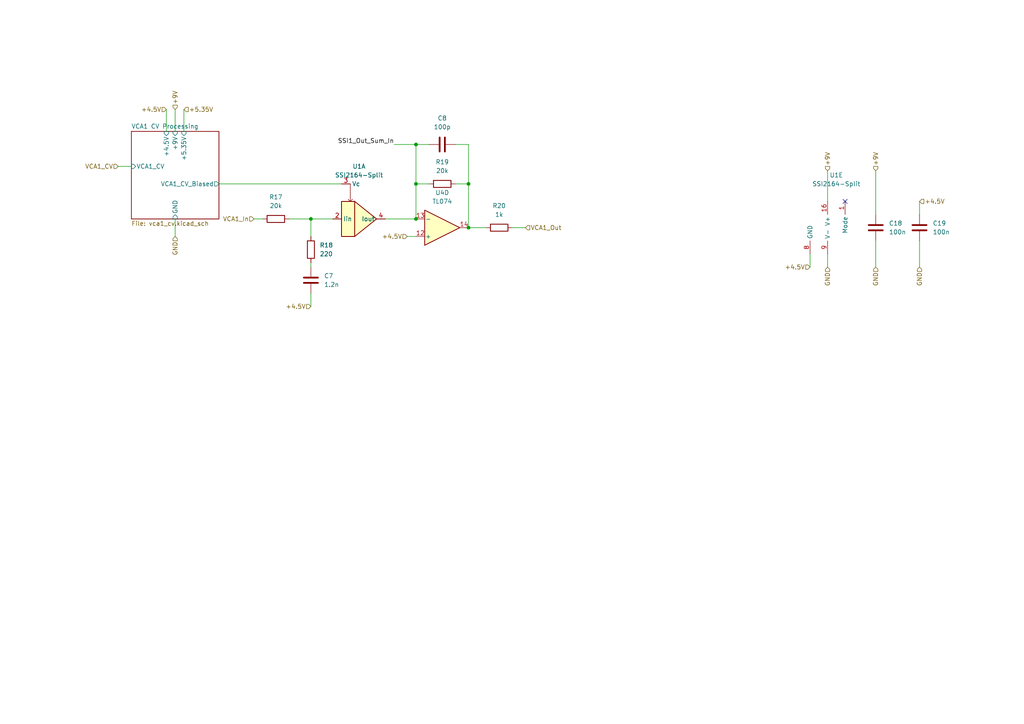
<source format=kicad_sch>
(kicad_sch (version 20211123) (generator eeschema)
  (paper "A4")
  (title_block (title "VCA Board") (date "2024-11-07") (rev "v1rev2") (company "Pedal Markt / Andrey Salomatin"))
  (lib_symbols
    (symbol "Amplifier_Operational:TL074" (pin_names (offset 0.127))
      (property "Reference" "U" (at 0 5.08 0))
      (property "Value" "TL074" (at 0 -5.08 0))
      (symbol "TL074_1_1"
        (polyline (pts (xy -5.08 5.08) (xy 5.08 0) (xy -5.08 -5.08) (xy -5.08 5.08)) (stroke (width 0.254)) (fill (type background)))
        (pin output line (at 7.62 0 180) (length 2.54) (name "~") (number "1"))
        (pin input line (at -7.62 -2.54 0) (length 2.54) (name "-") (number "2"))
        (pin input line (at -7.62 2.54 0) (length 2.54) (name "+") (number "3"))
      )
      (symbol "TL074_2_1"
        (polyline (pts (xy -5.08 5.08) (xy 5.08 0) (xy -5.08 -5.08) (xy -5.08 5.08)) (stroke (width 0.254)) (fill (type background)))
        (pin input line (at -7.62 2.54 0) (length 2.54) (name "+") (number "5"))
        (pin input line (at -7.62 -2.54 0) (length 2.54) (name "-") (number "6"))
        (pin output line (at 7.62 0 180) (length 2.54) (name "~") (number "7"))
      )
      (symbol "TL074_3_1"
        (polyline (pts (xy -5.08 5.08) (xy 5.08 0) (xy -5.08 -5.08) (xy -5.08 5.08)) (stroke (width 0.254)) (fill (type background)))
        (pin input line (at -7.62 2.54 0) (length 2.54) (name "+") (number "10"))
        (pin output line (at 7.62 0 180) (length 2.54) (name "~") (number "8"))
        (pin input line (at -7.62 -2.54 0) (length 2.54) (name "-") (number "9"))
      )
      (symbol "TL074_4_1"
        (polyline (pts (xy -5.08 5.08) (xy 5.08 0) (xy -5.08 -5.08) (xy -5.08 5.08)) (stroke (width 0.254)) (fill (type background)))
        (pin input line (at -7.62 2.54 0) (length 2.54) (name "+") (number "12"))
        (pin input line (at -7.62 -2.54 0) (length 2.54) (name "-") (number "13"))
        (pin output line (at 7.62 0 180) (length 2.54) (name "~") (number "14"))
      )
      (symbol "TL074_5_1"
        (pin power_in line (at -2.54 -7.62 90) (length 3.81) (name "V-") (number "11"))
        (pin power_in line (at -2.54 7.62 270) (length 3.81) (name "V+") (number "4"))
      )
    )
    (symbol "Device:C" (pin_numbers hide) (pin_names (offset 0.254))
      (property "Reference" "C" (at 0.635 2.54 0))
      (property "Value" "C" (at 0.635 -2.54 0))
      (symbol "C_0_1"
        (polyline (pts (xy -2.032 -0.762) (xy 2.032 -0.762)) (stroke (width 0.508)))
        (polyline (pts (xy -2.032 0.762) (xy 2.032 0.762)) (stroke (width 0.508)))
      )
      (symbol "C_1_1"
        (pin passive line (at 0 3.81 270) (length 2.794) (name "~") (number "1"))
        (pin passive line (at 0 -3.81 90) (length 2.794) (name "~") (number "2"))
      )
    )
    (symbol "Device:R" (pin_numbers hide) (pin_names (offset 0))
      (property "Reference" "R" (at 2.032 0 90))
      (property "Value" "R" (at 0 0 90))
      (symbol "R_0_1"
        (rectangle (start -1.016 -2.54) (end 1.016 2.54) (stroke (width 0.254)))
      )
      (symbol "R_1_1"
        (pin passive line (at 0 3.81 270) (length 1.27) (name "~") (number "1"))
        (pin passive line (at 0 -3.81 90) (length 1.27) (name "~") (number "2"))
      )
    )
    (symbol "pedals:SSI2164-Split"
      (property "Reference" "U" (at 0 15.24 0))
      (property "Value" "SSI2164-Split" (at -7.62 -7.62 0))
      (symbol "SSI2164-Split_1_1"
        (polyline (pts (xy -2.54 5.08) (xy -3.175 5.715)))
        (polyline (pts (xy -2.54 5.08) (xy -1.905 5.715)))
        (polyline (pts (xy -2.54 10.16) (xy -2.54 5.08)))
        (polyline (pts (xy -1.27 5.08) (xy -5.08 5.08) (xy -5.08 -5.08) (xy -1.27 -5.08)) (stroke (width 0.254)) (fill (type background)))
        (polyline (pts (xy -1.27 5.08) (xy 5.08 0) (xy -1.27 -5.08) (xy -1.27 5.08)) (stroke (width 0.254)) (fill (type background)))
        (pin input line (at -7.62 0 0) (length 2.54) (name "Iin") (number "2"))
        (pin input line (at -5.08 10.16 0) (length 2.54) (name "Vc") (number "3"))
        (pin output line (at 7.62 0 180) (length 2.54) (name "Iout") (number "4"))
      )
      (symbol "SSI2164-Split_2_1"
        (polyline (pts (xy -2.54 5.08) (xy -3.175 5.715)))
        (polyline (pts (xy -2.54 5.08) (xy -1.905 5.715)))
        (polyline (pts (xy -2.54 10.16) (xy -2.54 5.08)))
        (polyline (pts (xy -1.27 5.08) (xy -5.08 5.08) (xy -5.08 -5.08) (xy -1.27 -5.08)) (stroke (width 0.254)) (fill (type background)))
        (polyline (pts (xy -1.27 5.08) (xy 5.08 0) (xy -1.27 -5.08) (xy -1.27 5.08)) (stroke (width 0.254)) (fill (type background)))
        (pin output line (at 7.62 0 180) (length 2.54) (name "Iout") (number "5"))
        (pin input line (at -5.08 10.16 0) (length 2.54) (name "Vc") (number "6"))
        (pin input line (at -7.62 0 0) (length 2.54) (name "Iin") (number "7"))
      )
      (symbol "SSI2164-Split_3_1"
        (polyline (pts (xy -2.54 5.08) (xy -3.175 5.715)))
        (polyline (pts (xy -2.54 5.08) (xy -1.905 5.715)))
        (polyline (pts (xy -2.54 10.16) (xy -2.54 5.08)))
        (polyline (pts (xy -1.27 5.08) (xy -5.08 5.08) (xy -5.08 -5.08) (xy -1.27 -5.08)) (stroke (width 0.254)) (fill (type background)))
        (polyline (pts (xy -1.27 5.08) (xy 5.08 0) (xy -1.27 -5.08) (xy -1.27 5.08)) (stroke (width 0.254)) (fill (type background)))
        (pin input line (at -7.62 0 0) (length 2.54) (name "Iin") (number "10"))
        (pin input line (at -5.08 10.16 0) (length 2.54) (name "Vc") (number "11"))
        (pin output line (at 7.62 0 180) (length 2.54) (name "Iout") (number "12"))
      )
      (symbol "SSI2164-Split_4_1"
        (polyline (pts (xy -2.54 5.08) (xy -3.175 5.715)))
        (polyline (pts (xy -2.54 5.08) (xy -1.905 5.715)))
        (polyline (pts (xy -2.54 10.16) (xy -2.54 5.08)))
        (polyline (pts (xy -1.27 5.08) (xy -5.08 5.08) (xy -5.08 -5.08) (xy -1.27 -5.08)) (stroke (width 0.254)) (fill (type background)))
        (polyline (pts (xy -1.27 5.08) (xy 5.08 0) (xy -1.27 -5.08) (xy -1.27 5.08)) (stroke (width 0.254)) (fill (type background)))
        (pin output line (at 7.62 0 180) (length 2.54) (name "Iout") (number "13"))
        (pin input line (at -5.08 10.16 0) (length 2.54) (name "Vc") (number "14"))
        (pin input line (at -7.62 0 0) (length 2.54) (name "Iin") (number "15"))
      )
      (symbol "SSI2164-Split_5_1"
        (pin input line (at 2.54 7.62 270) (length 3.81) (name "Mode") (number "1"))
        (pin power_in line (at -2.54 7.62 270) (length 3.81) (name "V+") (number "16"))
        (pin power_in line (at -7.62 -7.62 90) (length 3.81) (name "GND") (number "8"))
        (pin power_in line (at -2.54 -7.62 90) (length 3.81) (name "V-") (number "9"))
      )
    )
  )
  (junction (at 120.65 41.91))
  (junction (at 135.89 53.34))
  (junction (at 135.89 66.04))
  (junction (at 120.65 63.5))
  (junction (at 90.17 63.5))
  (junction (at 120.65 53.34))
  (no_connect (at 245.11 58.42))
  (wire (pts (xy 135.89 66.04) (xy 140.97 66.04)))
  (wire (pts (xy 135.89 41.91) (xy 135.89 53.34)))
  (wire (pts (xy 90.17 76.2) (xy 90.17 77.47)))
  (wire (pts (xy 114.3 41.91) (xy 120.65 41.91)))
  (wire (pts (xy 132.08 53.34) (xy 135.89 53.34)))
  (wire (pts (xy 111.76 63.5) (xy 120.65 63.5)))
  (wire (pts (xy 118.11 68.58) (xy 120.65 68.58)))
  (wire (pts (xy 53.34 31.75) (xy 53.34 38.1)))
  (wire (pts (xy 34.29 48.26) (xy 38.1 48.26)))
  (wire (pts (xy 135.89 53.34) (xy 135.89 66.04)))
  (wire (pts (xy 266.7 69.85) (xy 266.7 77.47)))
  (wire (pts (xy 90.17 63.5) (xy 96.52 63.5)))
  (wire (pts (xy 90.17 85.09) (xy 90.17 88.9)))
  (wire (pts (xy 63.5 53.34) (xy 99.06 53.34)))
  (wire (pts (xy 254 69.85) (xy 254 77.47)))
  (wire (pts (xy 124.46 41.91) (xy 120.65 41.91)))
  (wire (pts (xy 120.65 41.91) (xy 120.65 53.34)))
  (wire (pts (xy 132.08 41.91) (xy 135.89 41.91)))
  (wire (pts (xy 254 49.53) (xy 254 62.23)))
  (wire (pts (xy 240.03 49.53) (xy 240.03 58.42)))
  (wire (pts (xy 73.66 63.5) (xy 76.2 63.5)))
  (wire (pts (xy 90.17 68.58) (xy 90.17 63.5)))
  (wire (pts (xy 120.65 63.5) (xy 120.65 53.34)))
  (wire (pts (xy 240.03 73.66) (xy 240.03 77.47)))
  (wire (pts (xy 120.65 53.34) (xy 124.46 53.34)))
  (wire (pts (xy 148.59 66.04) (xy 152.4 66.04)))
  (wire (pts (xy 50.8 31.75) (xy 50.8 38.1)))
  (wire (pts (xy 83.82 63.5) (xy 90.17 63.5)))
  (wire (pts (xy 48.26 31.75) (xy 48.26 38.1)))
  (wire (pts (xy 50.8 63.5) (xy 50.8 68.58)))
  (wire (pts (xy 234.95 73.66) (xy 234.95 77.47)))
  (wire (pts (xy 266.7 58.42) (xy 266.7 62.23)))
  (label "SSI1_Out_Sum_In" (at 114.3 41.91 180))
  (hierarchical_label "GND" (shape input) (at 240.03 77.47 270))
  (hierarchical_label "GND" (shape input) (at 254 77.47 270))
  (hierarchical_label "+4.5V" (shape input) (at 234.95 77.47 180))
  (hierarchical_label "GND" (shape input) (at 50.8 68.58 270))
  (hierarchical_label "+9V" (shape input) (at 240.03 49.53 90))
  (hierarchical_label "+4.5V" (shape input) (at 118.11 68.58 180))
  (hierarchical_label "+4.5V" (shape input) (at 266.7 58.42 0))
  (hierarchical_label "GND" (shape input) (at 266.7 77.47 270))
  (hierarchical_label "+9V" (shape input) (at 254 49.53 90))
  (hierarchical_label "VCA1_Out" (shape input) (at 152.4 66.04 0))
  (hierarchical_label "+4.5V" (shape input) (at 90.17 88.9 180))
  (hierarchical_label "VCA1_In" (shape input) (at 73.66 63.5 180))
  (hierarchical_label "+5.35V" (shape input) (at 53.34 31.75 0))
  (hierarchical_label "+9V" (shape input) (at 50.8 31.75 90))
  (hierarchical_label "+4.5V" (shape input) (at 48.26 31.75 180))
  (hierarchical_label "VCA1_CV" (shape input) (at 34.29 48.26 180))
  (symbol (lib_id "Device:R") (at 90.17 72.39 180) (unit 1)
    (property "Reference" "R18" (at 92.71 71.1199 0) (effects (justify right)))
    (property "Value" "220" (at 92.71 73.6599 0) (effects (justify right)))
    (property "Footprint" "Resistor_SMD:R_0603_1608Metric_Pad0.98x0.95mm_HandSolder" (effects hide))
    (property "LCSC" "C22962" (effects hide))
  )
  (symbol (lib_id "pedals:SSI2164-Split") (at 242.57 66.04 0) (unit 5)
    (property "Reference" "U1" (at 242.57 50.8 0))
    (property "Value" "SSI2164-Split" (at 242.57 53.34 0))
    (property "Footprint" "Package_SO:SOIC-16_3.9x9.9mm_P1.27mm" (effects hide))
    (property "Datasheet" "https://www.soundsemiconductor.com/downloads/ssi2164datasheet.pdf" (effects hide))
  )
  (symbol (lib_id "Device:R") (at 80.01 63.5 90) (unit 1)
    (property "Reference" "R17" (at 80.01 57.15 90))
    (property "Value" "20k" (at 80.01 59.69 90))
    (property "Footprint" "Resistor_SMD:R_0603_1608Metric_Pad0.98x0.95mm_HandSolder" (effects hide))
    (property "LCSC" "C4184" (effects hide))
  )
  (symbol (lib_id "Device:R") (at 144.78 66.04 90) (unit 1)
    (property "Reference" "R20" (at 144.78 59.69 90))
    (property "Value" "1k" (at 144.78 62.23 90))
    (property "Footprint" "Resistor_SMD:R_0603_1608Metric_Pad0.98x0.95mm_HandSolder" (effects hide))
    (property "LCSC" "C21190" (effects hide))
  )
  (symbol (lib_id "Device:C") (at 254 66.04 180) (unit 1)
    (property "Reference" "C18" (at 257.81 64.7699 0) (effects (justify right)))
    (property "Value" "100n" (at 257.81 67.3099 0) (effects (justify right)))
    (property "Footprint" "Capacitor_SMD:C_0603_1608Metric_Pad1.08x0.95mm_HandSolder" (effects hide))
    (property "LCSC" "C76711" (effects hide))
  )
  (symbol (lib_id "Device:C") (at 128.27 41.91 270) (unit 1)
    (property "Reference" "C8" (at 128.27 34.29 90))
    (property "Value" "100p" (at 128.27 36.83 90))
    (property "Footprint" "Capacitor_SMD:C_0603_1608Metric_Pad1.08x0.95mm_HandSolder" (effects hide))
    (property "LCSC" "C160903" (effects hide))
  )
  (symbol (lib_id "Device:C") (at 266.7 66.04 180) (unit 1)
    (property "Reference" "C19" (at 270.51 64.7699 0) (effects (justify right)))
    (property "Value" "100n" (at 270.51 67.3099 0) (effects (justify right)))
    (property "Footprint" "Capacitor_SMD:C_0603_1608Metric_Pad1.08x0.95mm_HandSolder" (effects hide))
    (property "LCSC" "C76711" (effects hide))
  )
  (symbol (lib_id "Amplifier_Operational:TL074") (at 128.27 66.04 0) (mirror x) (unit 4)
    (property "Reference" "U4" (at 128.27 55.88 0))
    (property "Value" "TL074" (at 128.27 58.42 0))
    (property "Footprint" "Package_SO:SOIC-14_3.9x8.7mm_P1.27mm" (effects hide))
    (property "Datasheet" "http://www.ti.com/lit/ds/symlink/tl071.pdf" (effects hide))
    (property "LCSC" "C6963" (effects hide))
  )
  (symbol (lib_id "Device:R") (at 128.27 53.34 90) (unit 1)
    (property "Reference" "R19" (at 128.27 46.99 90))
    (property "Value" "20k" (at 128.27 49.53 90))
    (property "Footprint" "Resistor_SMD:R_0603_1608Metric_Pad0.98x0.95mm_HandSolder" (effects hide))
    (property "LCSC" "C4184" (effects hide))
  )
  (symbol (lib_id "pedals:SSI2164-Split") (at 104.14 63.5 0) (unit 1)
    (property "Reference" "U1" (at 104.14 48.26 0))
    (property "Value" "SSI2164-Split" (at 104.14 50.8 0))
    (property "Footprint" "Package_SO:SOIC-16_3.9x9.9mm_P1.27mm" (effects hide))
    (property "Datasheet" "https://www.soundsemiconductor.com/downloads/ssi2164datasheet.pdf" (effects hide))
  )
  (symbol (lib_id "Device:C") (at 90.17 81.28 180) (unit 1)
    (property "Reference" "C7" (at 93.98 80.0099 0) (effects (justify right)))
    (property "Value" "1.2n" (at 93.98 82.5499 0) (effects (justify right)))
    (property "Footprint" "Capacitor_SMD:C_0603_1608Metric_Pad1.08x0.95mm_HandSolder" (effects hide))
    (property "LCSC" "C576816" (effects hide))
  )
  (sheet (at 38.1 38.1) (size 25.4 25.4) (stroke (width 0.1524))
    (property "Sheet name" "VCA1 CV Processing" (at 38.1 37.3884 0) (effects (justify left bottom)))
    (property "Sheet file" "vca1_cv.kicad_sch" (at 38.1 64.0846 0) (effects (justify left top)))
    (pin "GND" input (at 50.8 63.5 270))
    (pin "VCA1_CV" input (at 38.1 48.26 180))
    (pin "+9V" input (at 50.8 38.1 90))
    (pin "+4.5V" input (at 48.26 38.1 90))
    (pin "VCA1_CV_Biased" output (at 63.5 53.34 0))
    (pin "+5.35V" input (at 53.34 38.1 90))
  )
)
</source>
